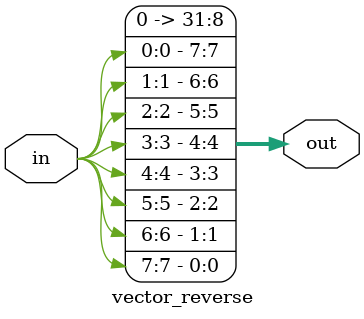
<source format=v>
module vector_reverse (
    input [7:0] in,
    output [31:0] out
);

    assign out = {
        in[0], in[1], in[2], in[3], in[4], in[5], in[6], in[7]
    };

endmodule
</source>
